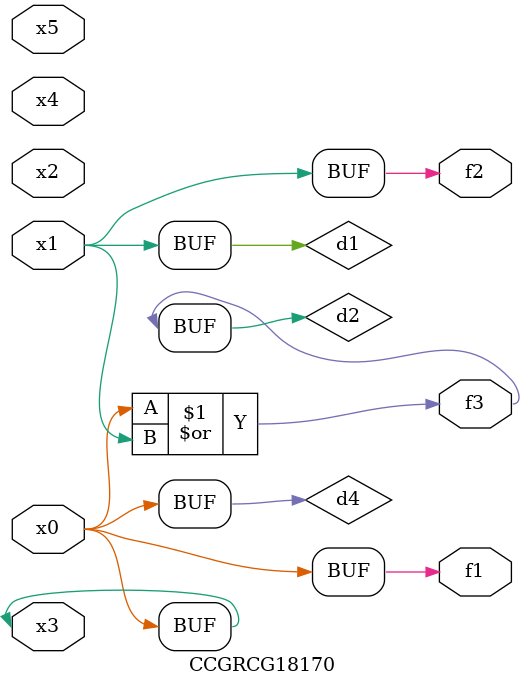
<source format=v>
module CCGRCG18170(
	input x0, x1, x2, x3, x4, x5,
	output f1, f2, f3
);

	wire d1, d2, d3, d4;

	and (d1, x1);
	or (d2, x0, x1);
	nand (d3, x0, x5);
	buf (d4, x0, x3);
	assign f1 = d4;
	assign f2 = d1;
	assign f3 = d2;
endmodule

</source>
